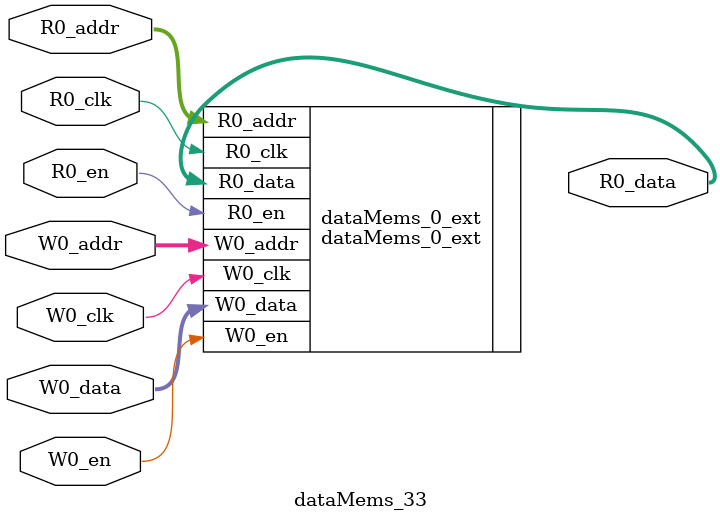
<source format=sv>
`ifndef RANDOMIZE
  `ifdef RANDOMIZE_REG_INIT
    `define RANDOMIZE
  `endif // RANDOMIZE_REG_INIT
`endif // not def RANDOMIZE
`ifndef RANDOMIZE
  `ifdef RANDOMIZE_MEM_INIT
    `define RANDOMIZE
  `endif // RANDOMIZE_MEM_INIT
`endif // not def RANDOMIZE

`ifndef RANDOM
  `define RANDOM $random
`endif // not def RANDOM

// Users can define 'PRINTF_COND' to add an extra gate to prints.
`ifndef PRINTF_COND_
  `ifdef PRINTF_COND
    `define PRINTF_COND_ (`PRINTF_COND)
  `else  // PRINTF_COND
    `define PRINTF_COND_ 1
  `endif // PRINTF_COND
`endif // not def PRINTF_COND_

// Users can define 'ASSERT_VERBOSE_COND' to add an extra gate to assert error printing.
`ifndef ASSERT_VERBOSE_COND_
  `ifdef ASSERT_VERBOSE_COND
    `define ASSERT_VERBOSE_COND_ (`ASSERT_VERBOSE_COND)
  `else  // ASSERT_VERBOSE_COND
    `define ASSERT_VERBOSE_COND_ 1
  `endif // ASSERT_VERBOSE_COND
`endif // not def ASSERT_VERBOSE_COND_

// Users can define 'STOP_COND' to add an extra gate to stop conditions.
`ifndef STOP_COND_
  `ifdef STOP_COND
    `define STOP_COND_ (`STOP_COND)
  `else  // STOP_COND
    `define STOP_COND_ 1
  `endif // STOP_COND
`endif // not def STOP_COND_

// Users can define INIT_RANDOM as general code that gets injected into the
// initializer block for modules with registers.
`ifndef INIT_RANDOM
  `define INIT_RANDOM
`endif // not def INIT_RANDOM

// If using random initialization, you can also define RANDOMIZE_DELAY to
// customize the delay used, otherwise 0.002 is used.
`ifndef RANDOMIZE_DELAY
  `define RANDOMIZE_DELAY 0.002
`endif // not def RANDOMIZE_DELAY

// Define INIT_RANDOM_PROLOG_ for use in our modules below.
`ifndef INIT_RANDOM_PROLOG_
  `ifdef RANDOMIZE
    `ifdef VERILATOR
      `define INIT_RANDOM_PROLOG_ `INIT_RANDOM
    `else  // VERILATOR
      `define INIT_RANDOM_PROLOG_ `INIT_RANDOM #`RANDOMIZE_DELAY begin end
    `endif // VERILATOR
  `else  // RANDOMIZE
    `define INIT_RANDOM_PROLOG_
  `endif // RANDOMIZE
`endif // not def INIT_RANDOM_PROLOG_

// Include register initializers in init blocks unless synthesis is set
`ifndef SYNTHESIS
  `ifndef ENABLE_INITIAL_REG_
    `define ENABLE_INITIAL_REG_
  `endif // not def ENABLE_INITIAL_REG_
`endif // not def SYNTHESIS

// Include rmemory initializers in init blocks unless synthesis is set
`ifndef SYNTHESIS
  `ifndef ENABLE_INITIAL_MEM_
    `define ENABLE_INITIAL_MEM_
  `endif // not def ENABLE_INITIAL_MEM_
`endif // not def SYNTHESIS

module dataMems_33(	// @[generators/ara/src/main/scala/UnsafeAXI4ToTL.scala:365:62]
  input  [4:0]  R0_addr,
  input         R0_en,
  input         R0_clk,
  output [66:0] R0_data,
  input  [4:0]  W0_addr,
  input         W0_en,
  input         W0_clk,
  input  [66:0] W0_data
);

  dataMems_0_ext dataMems_0_ext (	// @[generators/ara/src/main/scala/UnsafeAXI4ToTL.scala:365:62]
    .R0_addr (R0_addr),
    .R0_en   (R0_en),
    .R0_clk  (R0_clk),
    .R0_data (R0_data),
    .W0_addr (W0_addr),
    .W0_en   (W0_en),
    .W0_clk  (W0_clk),
    .W0_data (W0_data)
  );
endmodule


</source>
